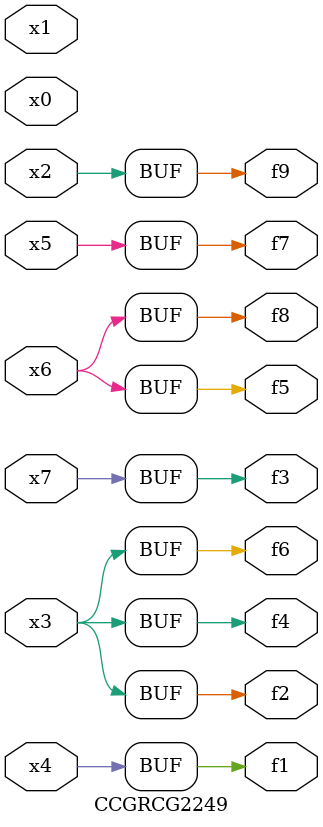
<source format=v>
module CCGRCG2249(
	input x0, x1, x2, x3, x4, x5, x6, x7,
	output f1, f2, f3, f4, f5, f6, f7, f8, f9
);
	assign f1 = x4;
	assign f2 = x3;
	assign f3 = x7;
	assign f4 = x3;
	assign f5 = x6;
	assign f6 = x3;
	assign f7 = x5;
	assign f8 = x6;
	assign f9 = x2;
endmodule

</source>
